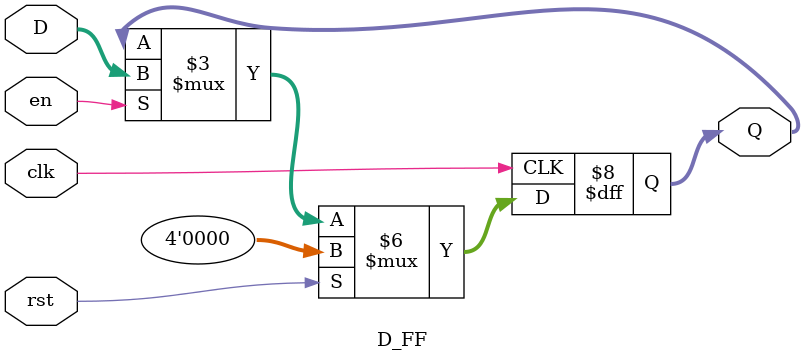
<source format=v>
`timescale 1ns / 1ps


module D_FF #(parameter Data_width = 4)(
    input clk, rst, en,
    input [Data_width - 1:0] D,
    output reg [Data_width - 1:0] Q
    );
    
    always@ (posedge clk)
    begin
        if (rst)
            Q <= 0;
        else if (en)
            Q <= D;
        else
            Q <= Q;
    end
endmodule

</source>
